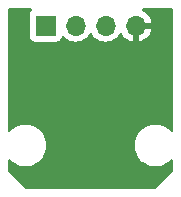
<source format=gbl>
%TF.GenerationSoftware,KiCad,Pcbnew,8.0.6*%
%TF.CreationDate,2024-11-11T21:41:16+01:00*%
%TF.ProjectId,Encoder_PCB,456e636f-6465-4725-9f50-43422e6b6963,rev?*%
%TF.SameCoordinates,Original*%
%TF.FileFunction,Copper,L2,Bot*%
%TF.FilePolarity,Positive*%
%FSLAX46Y46*%
G04 Gerber Fmt 4.6, Leading zero omitted, Abs format (unit mm)*
G04 Created by KiCad (PCBNEW 8.0.6) date 2024-11-11 21:41:16*
%MOMM*%
%LPD*%
G01*
G04 APERTURE LIST*
%TA.AperFunction,ComponentPad*%
%ADD10R,1.700000X1.700000*%
%TD*%
%TA.AperFunction,ComponentPad*%
%ADD11O,1.700000X1.700000*%
%TD*%
%TA.AperFunction,ViaPad*%
%ADD12C,0.600000*%
%TD*%
%ADD13C,0.300000*%
%ADD14C,0.350000*%
G04 APERTURE END LIST*
D10*
%TO.P,J1,1,Pin_1*%
%TO.N,+5V*%
X134500000Y-84000000D03*
D11*
%TO.P,J1,2,Pin_2*%
%TO.N,/CH-A*%
X137040000Y-84000000D03*
%TO.P,J1,3,Pin_3*%
%TO.N,/CH-B*%
X139580000Y-84000000D03*
%TO.P,J1,4,Pin_4*%
%TO.N,GND*%
X142120000Y-84000000D03*
%TD*%
D12*
%TO.N,GND*%
X139075000Y-93625000D03*
X133750000Y-90250000D03*
X137175000Y-87500000D03*
%TD*%
%TA.AperFunction,Conductor*%
%TO.N,GND*%
G36*
X133310145Y-82570185D02*
G01*
X133355900Y-82622989D01*
X133365844Y-82692147D01*
X133336819Y-82755703D01*
X133317418Y-82773766D01*
X133292452Y-82792455D01*
X133206206Y-82907664D01*
X133206202Y-82907671D01*
X133155908Y-83042517D01*
X133149501Y-83102116D01*
X133149500Y-83102135D01*
X133149500Y-84897870D01*
X133149501Y-84897876D01*
X133155908Y-84957483D01*
X133206202Y-85092328D01*
X133206206Y-85092335D01*
X133292452Y-85207544D01*
X133292455Y-85207547D01*
X133407664Y-85293793D01*
X133407671Y-85293797D01*
X133542517Y-85344091D01*
X133542516Y-85344091D01*
X133549444Y-85344835D01*
X133602127Y-85350500D01*
X135397872Y-85350499D01*
X135457483Y-85344091D01*
X135592331Y-85293796D01*
X135707546Y-85207546D01*
X135793796Y-85092331D01*
X135842810Y-84960916D01*
X135884681Y-84904984D01*
X135950145Y-84880566D01*
X136018418Y-84895417D01*
X136046673Y-84916569D01*
X136168599Y-85038495D01*
X136265384Y-85106265D01*
X136362165Y-85174032D01*
X136362167Y-85174033D01*
X136362170Y-85174035D01*
X136576337Y-85273903D01*
X136804592Y-85335063D01*
X136981034Y-85350500D01*
X137039999Y-85355659D01*
X137040000Y-85355659D01*
X137040001Y-85355659D01*
X137098966Y-85350500D01*
X137275408Y-85335063D01*
X137503663Y-85273903D01*
X137717830Y-85174035D01*
X137911401Y-85038495D01*
X138078495Y-84871401D01*
X138208425Y-84685842D01*
X138263002Y-84642217D01*
X138332500Y-84635023D01*
X138394855Y-84666546D01*
X138411575Y-84685842D01*
X138541281Y-84871082D01*
X138541505Y-84871401D01*
X138708599Y-85038495D01*
X138805384Y-85106265D01*
X138902165Y-85174032D01*
X138902167Y-85174033D01*
X138902170Y-85174035D01*
X139116337Y-85273903D01*
X139344592Y-85335063D01*
X139521034Y-85350500D01*
X139579999Y-85355659D01*
X139580000Y-85355659D01*
X139580001Y-85355659D01*
X139638966Y-85350500D01*
X139815408Y-85335063D01*
X140043663Y-85273903D01*
X140257830Y-85174035D01*
X140451401Y-85038495D01*
X140618495Y-84871401D01*
X140748730Y-84685405D01*
X140803307Y-84641781D01*
X140872805Y-84634587D01*
X140935160Y-84666110D01*
X140951879Y-84685405D01*
X141081890Y-84871078D01*
X141248917Y-85038105D01*
X141442421Y-85173600D01*
X141656507Y-85273429D01*
X141656516Y-85273433D01*
X141870000Y-85330634D01*
X141870000Y-84433012D01*
X141927007Y-84465925D01*
X142054174Y-84500000D01*
X142185826Y-84500000D01*
X142312993Y-84465925D01*
X142370000Y-84433012D01*
X142370000Y-85330633D01*
X142583483Y-85273433D01*
X142583492Y-85273429D01*
X142797578Y-85173600D01*
X142991082Y-85038105D01*
X143158105Y-84871082D01*
X143293600Y-84677578D01*
X143393429Y-84463492D01*
X143393432Y-84463486D01*
X143450636Y-84250000D01*
X142553012Y-84250000D01*
X142585925Y-84192993D01*
X142620000Y-84065826D01*
X142620000Y-83934174D01*
X142585925Y-83807007D01*
X142553012Y-83750000D01*
X143450636Y-83750000D01*
X143450635Y-83749999D01*
X143393432Y-83536513D01*
X143393429Y-83536507D01*
X143293600Y-83322422D01*
X143293599Y-83322420D01*
X143158113Y-83128926D01*
X143158108Y-83128920D01*
X142991082Y-82961894D01*
X142797578Y-82826399D01*
X142712832Y-82786882D01*
X142660393Y-82740710D01*
X142641241Y-82673516D01*
X142661457Y-82606635D01*
X142714622Y-82561300D01*
X142765237Y-82550500D01*
X145175500Y-82550500D01*
X145242539Y-82570185D01*
X145288294Y-82622989D01*
X145299500Y-82674500D01*
X145299500Y-92869302D01*
X145279815Y-92936341D01*
X145227011Y-92982096D01*
X145157853Y-92992040D01*
X145094297Y-92963015D01*
X145090262Y-92959115D01*
X145090207Y-92959175D01*
X144894479Y-92777567D01*
X144677704Y-92629772D01*
X144677700Y-92629770D01*
X144677697Y-92629768D01*
X144677696Y-92629767D01*
X144441325Y-92515938D01*
X144441327Y-92515938D01*
X144190623Y-92438606D01*
X144190619Y-92438605D01*
X144190615Y-92438604D01*
X144065823Y-92419794D01*
X143931187Y-92399500D01*
X143931182Y-92399500D01*
X143668818Y-92399500D01*
X143668812Y-92399500D01*
X143507247Y-92423853D01*
X143409385Y-92438604D01*
X143409382Y-92438605D01*
X143409376Y-92438606D01*
X143158673Y-92515938D01*
X142922303Y-92629767D01*
X142922302Y-92629768D01*
X142705520Y-92777567D01*
X142513198Y-92956014D01*
X142349614Y-93161143D01*
X142218432Y-93388356D01*
X142122582Y-93632578D01*
X142122576Y-93632597D01*
X142064197Y-93888374D01*
X142064196Y-93888379D01*
X142044592Y-94149995D01*
X142044592Y-94150004D01*
X142064196Y-94411620D01*
X142064197Y-94411625D01*
X142122576Y-94667402D01*
X142122578Y-94667411D01*
X142122580Y-94667416D01*
X142218432Y-94911643D01*
X142349614Y-95138857D01*
X142481736Y-95304533D01*
X142513198Y-95343985D01*
X142694753Y-95512441D01*
X142705521Y-95522433D01*
X142922296Y-95670228D01*
X142922301Y-95670230D01*
X142922302Y-95670231D01*
X142922303Y-95670232D01*
X143047843Y-95730688D01*
X143158673Y-95784061D01*
X143158674Y-95784061D01*
X143158677Y-95784063D01*
X143409385Y-95861396D01*
X143668818Y-95900500D01*
X143931182Y-95900500D01*
X144190615Y-95861396D01*
X144441323Y-95784063D01*
X144677704Y-95670228D01*
X144894479Y-95522433D01*
X145017830Y-95407980D01*
X145090207Y-95340825D01*
X145091525Y-95342246D01*
X145144572Y-95310616D01*
X145214403Y-95312958D01*
X145271882Y-95352681D01*
X145298760Y-95417173D01*
X145299500Y-95430697D01*
X145299500Y-96287130D01*
X145279815Y-96354169D01*
X145263181Y-96374811D01*
X143857044Y-97780948D01*
X143795721Y-97814433D01*
X143769363Y-97817267D01*
X132826443Y-97817267D01*
X132759404Y-97797582D01*
X132738762Y-97780948D01*
X131336819Y-96379005D01*
X131303334Y-96317682D01*
X131300500Y-96291324D01*
X131300500Y-95430697D01*
X131320185Y-95363658D01*
X131372989Y-95317903D01*
X131442147Y-95307959D01*
X131505703Y-95336984D01*
X131509737Y-95340885D01*
X131509793Y-95340825D01*
X131592077Y-95417173D01*
X131705521Y-95522433D01*
X131922296Y-95670228D01*
X131922301Y-95670230D01*
X131922302Y-95670231D01*
X131922303Y-95670232D01*
X132047843Y-95730688D01*
X132158673Y-95784061D01*
X132158674Y-95784061D01*
X132158677Y-95784063D01*
X132409385Y-95861396D01*
X132668818Y-95900500D01*
X132931182Y-95900500D01*
X133190615Y-95861396D01*
X133441323Y-95784063D01*
X133677704Y-95670228D01*
X133894479Y-95522433D01*
X134086805Y-95343981D01*
X134250386Y-95138857D01*
X134381568Y-94911643D01*
X134477420Y-94667416D01*
X134535802Y-94411630D01*
X134555408Y-94150000D01*
X134535802Y-93888370D01*
X134477420Y-93632584D01*
X134381568Y-93388357D01*
X134250386Y-93161143D01*
X134086805Y-92956019D01*
X134086804Y-92956018D01*
X134086801Y-92956014D01*
X133894479Y-92777567D01*
X133677704Y-92629772D01*
X133677700Y-92629770D01*
X133677697Y-92629768D01*
X133677696Y-92629767D01*
X133441325Y-92515938D01*
X133441327Y-92515938D01*
X133190623Y-92438606D01*
X133190619Y-92438605D01*
X133190615Y-92438604D01*
X133065823Y-92419794D01*
X132931187Y-92399500D01*
X132931182Y-92399500D01*
X132668818Y-92399500D01*
X132668812Y-92399500D01*
X132507247Y-92423853D01*
X132409385Y-92438604D01*
X132409382Y-92438605D01*
X132409376Y-92438606D01*
X132158673Y-92515938D01*
X131922303Y-92629767D01*
X131922302Y-92629768D01*
X131705520Y-92777567D01*
X131509793Y-92959175D01*
X131508482Y-92957762D01*
X131455370Y-92989398D01*
X131385540Y-92987023D01*
X131328080Y-92947272D01*
X131301233Y-92882766D01*
X131300500Y-92869302D01*
X131300500Y-82674500D01*
X131320185Y-82607461D01*
X131372989Y-82561706D01*
X131424500Y-82550500D01*
X133243106Y-82550500D01*
X133310145Y-82570185D01*
G37*
%TD.AperFunction*%
%TD*%
D13*
X139075000Y-93625000D03*
X133750000Y-90250000D03*
X137175000Y-87500000D03*
D14*
X134500000Y-84000000D03*
X137040000Y-84000000D03*
X139580000Y-84000000D03*
X142120000Y-84000000D03*
M02*

</source>
